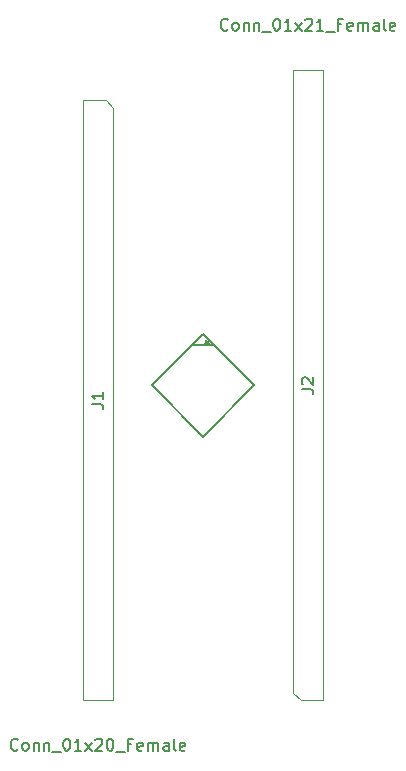
<source format=gbr>
G04 #@! TF.GenerationSoftware,KiCad,Pcbnew,(5.0.0)*
G04 #@! TF.CreationDate,2018-10-12T19:52:20-04:00*
G04 #@! TF.ProjectId,DRV8308_BreakoutBoard,445256383330385F427265616B6F7574,rev?*
G04 #@! TF.SameCoordinates,Original*
G04 #@! TF.FileFunction,Other,Fab,Top*
%FSLAX46Y46*%
G04 Gerber Fmt 4.6, Leading zero omitted, Abs format (unit mm)*
G04 Created by KiCad (PCBNEW (5.0.0)) date 10/12/18 19:52:20*
%MOMM*%
%LPD*%
G01*
G04 APERTURE LIST*
%ADD10C,0.152400*%
%ADD11C,0.100000*%
%ADD12C,0.150000*%
G04 APERTURE END LIST*
D10*
G04 #@! TO.C,U1*
X147691974Y-95609319D02*
X149488026Y-95609319D01*
X144241293Y-99060000D02*
X148590000Y-103408707D01*
X148590000Y-103408707D02*
X152938707Y-99060000D01*
X152938707Y-99060000D02*
X148590000Y-94711293D01*
X148590000Y-94711293D02*
X144241293Y-99060000D01*
D11*
G04 #@! TO.C,J1*
X138430000Y-74930000D02*
X140335000Y-74930000D01*
X140335000Y-74930000D02*
X140970000Y-75565000D01*
X140970000Y-75565000D02*
X140970000Y-125730000D01*
X140970000Y-125730000D02*
X138430000Y-125730000D01*
X138430000Y-125730000D02*
X138430000Y-74930000D01*
G04 #@! TO.C,J2*
X158750000Y-72390000D02*
X158750000Y-125730000D01*
X156210000Y-72390000D02*
X158750000Y-72390000D01*
X156210000Y-125095000D02*
X156210000Y-72390000D01*
X156845000Y-125730000D02*
X156210000Y-125095000D01*
X158750000Y-125730000D02*
X156845000Y-125730000D01*
G04 #@! TD*
G04 #@! TO.C,U1*
D12*
X149121475Y-95281490D02*
X148953116Y-95449849D01*
X148852101Y-95214147D02*
X148953116Y-95449849D01*
X149188818Y-95550864D01*
X148717414Y-95483521D02*
X148953116Y-95449849D01*
X148919444Y-95685551D01*
G04 #@! TO.C,J1*
X132914285Y-129897142D02*
X132866666Y-129944761D01*
X132723809Y-129992380D01*
X132628571Y-129992380D01*
X132485714Y-129944761D01*
X132390476Y-129849523D01*
X132342857Y-129754285D01*
X132295238Y-129563809D01*
X132295238Y-129420952D01*
X132342857Y-129230476D01*
X132390476Y-129135238D01*
X132485714Y-129040000D01*
X132628571Y-128992380D01*
X132723809Y-128992380D01*
X132866666Y-129040000D01*
X132914285Y-129087619D01*
X133485714Y-129992380D02*
X133390476Y-129944761D01*
X133342857Y-129897142D01*
X133295238Y-129801904D01*
X133295238Y-129516190D01*
X133342857Y-129420952D01*
X133390476Y-129373333D01*
X133485714Y-129325714D01*
X133628571Y-129325714D01*
X133723809Y-129373333D01*
X133771428Y-129420952D01*
X133819047Y-129516190D01*
X133819047Y-129801904D01*
X133771428Y-129897142D01*
X133723809Y-129944761D01*
X133628571Y-129992380D01*
X133485714Y-129992380D01*
X134247619Y-129325714D02*
X134247619Y-129992380D01*
X134247619Y-129420952D02*
X134295238Y-129373333D01*
X134390476Y-129325714D01*
X134533333Y-129325714D01*
X134628571Y-129373333D01*
X134676190Y-129468571D01*
X134676190Y-129992380D01*
X135152380Y-129325714D02*
X135152380Y-129992380D01*
X135152380Y-129420952D02*
X135200000Y-129373333D01*
X135295238Y-129325714D01*
X135438095Y-129325714D01*
X135533333Y-129373333D01*
X135580952Y-129468571D01*
X135580952Y-129992380D01*
X135819047Y-130087619D02*
X136580952Y-130087619D01*
X137009523Y-128992380D02*
X137104761Y-128992380D01*
X137200000Y-129040000D01*
X137247619Y-129087619D01*
X137295238Y-129182857D01*
X137342857Y-129373333D01*
X137342857Y-129611428D01*
X137295238Y-129801904D01*
X137247619Y-129897142D01*
X137200000Y-129944761D01*
X137104761Y-129992380D01*
X137009523Y-129992380D01*
X136914285Y-129944761D01*
X136866666Y-129897142D01*
X136819047Y-129801904D01*
X136771428Y-129611428D01*
X136771428Y-129373333D01*
X136819047Y-129182857D01*
X136866666Y-129087619D01*
X136914285Y-129040000D01*
X137009523Y-128992380D01*
X138295238Y-129992380D02*
X137723809Y-129992380D01*
X138009523Y-129992380D02*
X138009523Y-128992380D01*
X137914285Y-129135238D01*
X137819047Y-129230476D01*
X137723809Y-129278095D01*
X138628571Y-129992380D02*
X139152380Y-129325714D01*
X138628571Y-129325714D02*
X139152380Y-129992380D01*
X139485714Y-129087619D02*
X139533333Y-129040000D01*
X139628571Y-128992380D01*
X139866666Y-128992380D01*
X139961904Y-129040000D01*
X140009523Y-129087619D01*
X140057142Y-129182857D01*
X140057142Y-129278095D01*
X140009523Y-129420952D01*
X139438095Y-129992380D01*
X140057142Y-129992380D01*
X140676190Y-128992380D02*
X140771428Y-128992380D01*
X140866666Y-129040000D01*
X140914285Y-129087619D01*
X140961904Y-129182857D01*
X141009523Y-129373333D01*
X141009523Y-129611428D01*
X140961904Y-129801904D01*
X140914285Y-129897142D01*
X140866666Y-129944761D01*
X140771428Y-129992380D01*
X140676190Y-129992380D01*
X140580952Y-129944761D01*
X140533333Y-129897142D01*
X140485714Y-129801904D01*
X140438095Y-129611428D01*
X140438095Y-129373333D01*
X140485714Y-129182857D01*
X140533333Y-129087619D01*
X140580952Y-129040000D01*
X140676190Y-128992380D01*
X141200000Y-130087619D02*
X141961904Y-130087619D01*
X142533333Y-129468571D02*
X142200000Y-129468571D01*
X142200000Y-129992380D02*
X142200000Y-128992380D01*
X142676190Y-128992380D01*
X143438095Y-129944761D02*
X143342857Y-129992380D01*
X143152380Y-129992380D01*
X143057142Y-129944761D01*
X143009523Y-129849523D01*
X143009523Y-129468571D01*
X143057142Y-129373333D01*
X143152380Y-129325714D01*
X143342857Y-129325714D01*
X143438095Y-129373333D01*
X143485714Y-129468571D01*
X143485714Y-129563809D01*
X143009523Y-129659047D01*
X143914285Y-129992380D02*
X143914285Y-129325714D01*
X143914285Y-129420952D02*
X143961904Y-129373333D01*
X144057142Y-129325714D01*
X144200000Y-129325714D01*
X144295238Y-129373333D01*
X144342857Y-129468571D01*
X144342857Y-129992380D01*
X144342857Y-129468571D02*
X144390476Y-129373333D01*
X144485714Y-129325714D01*
X144628571Y-129325714D01*
X144723809Y-129373333D01*
X144771428Y-129468571D01*
X144771428Y-129992380D01*
X145676190Y-129992380D02*
X145676190Y-129468571D01*
X145628571Y-129373333D01*
X145533333Y-129325714D01*
X145342857Y-129325714D01*
X145247619Y-129373333D01*
X145676190Y-129944761D02*
X145580952Y-129992380D01*
X145342857Y-129992380D01*
X145247619Y-129944761D01*
X145200000Y-129849523D01*
X145200000Y-129754285D01*
X145247619Y-129659047D01*
X145342857Y-129611428D01*
X145580952Y-129611428D01*
X145676190Y-129563809D01*
X146295238Y-129992380D02*
X146200000Y-129944761D01*
X146152380Y-129849523D01*
X146152380Y-128992380D01*
X147057142Y-129944761D02*
X146961904Y-129992380D01*
X146771428Y-129992380D01*
X146676190Y-129944761D01*
X146628571Y-129849523D01*
X146628571Y-129468571D01*
X146676190Y-129373333D01*
X146771428Y-129325714D01*
X146961904Y-129325714D01*
X147057142Y-129373333D01*
X147104761Y-129468571D01*
X147104761Y-129563809D01*
X146628571Y-129659047D01*
X139152380Y-100663333D02*
X139866666Y-100663333D01*
X140009523Y-100710952D01*
X140104761Y-100806190D01*
X140152380Y-100949047D01*
X140152380Y-101044285D01*
X140152380Y-99663333D02*
X140152380Y-100234761D01*
X140152380Y-99949047D02*
X139152380Y-99949047D01*
X139295238Y-100044285D01*
X139390476Y-100139523D01*
X139438095Y-100234761D01*
G04 #@! TO.C,J2*
X150694285Y-68937142D02*
X150646666Y-68984761D01*
X150503809Y-69032380D01*
X150408571Y-69032380D01*
X150265714Y-68984761D01*
X150170476Y-68889523D01*
X150122857Y-68794285D01*
X150075238Y-68603809D01*
X150075238Y-68460952D01*
X150122857Y-68270476D01*
X150170476Y-68175238D01*
X150265714Y-68080000D01*
X150408571Y-68032380D01*
X150503809Y-68032380D01*
X150646666Y-68080000D01*
X150694285Y-68127619D01*
X151265714Y-69032380D02*
X151170476Y-68984761D01*
X151122857Y-68937142D01*
X151075238Y-68841904D01*
X151075238Y-68556190D01*
X151122857Y-68460952D01*
X151170476Y-68413333D01*
X151265714Y-68365714D01*
X151408571Y-68365714D01*
X151503809Y-68413333D01*
X151551428Y-68460952D01*
X151599047Y-68556190D01*
X151599047Y-68841904D01*
X151551428Y-68937142D01*
X151503809Y-68984761D01*
X151408571Y-69032380D01*
X151265714Y-69032380D01*
X152027619Y-68365714D02*
X152027619Y-69032380D01*
X152027619Y-68460952D02*
X152075238Y-68413333D01*
X152170476Y-68365714D01*
X152313333Y-68365714D01*
X152408571Y-68413333D01*
X152456190Y-68508571D01*
X152456190Y-69032380D01*
X152932380Y-68365714D02*
X152932380Y-69032380D01*
X152932380Y-68460952D02*
X152980000Y-68413333D01*
X153075238Y-68365714D01*
X153218095Y-68365714D01*
X153313333Y-68413333D01*
X153360952Y-68508571D01*
X153360952Y-69032380D01*
X153599047Y-69127619D02*
X154360952Y-69127619D01*
X154789523Y-68032380D02*
X154884761Y-68032380D01*
X154980000Y-68080000D01*
X155027619Y-68127619D01*
X155075238Y-68222857D01*
X155122857Y-68413333D01*
X155122857Y-68651428D01*
X155075238Y-68841904D01*
X155027619Y-68937142D01*
X154980000Y-68984761D01*
X154884761Y-69032380D01*
X154789523Y-69032380D01*
X154694285Y-68984761D01*
X154646666Y-68937142D01*
X154599047Y-68841904D01*
X154551428Y-68651428D01*
X154551428Y-68413333D01*
X154599047Y-68222857D01*
X154646666Y-68127619D01*
X154694285Y-68080000D01*
X154789523Y-68032380D01*
X156075238Y-69032380D02*
X155503809Y-69032380D01*
X155789523Y-69032380D02*
X155789523Y-68032380D01*
X155694285Y-68175238D01*
X155599047Y-68270476D01*
X155503809Y-68318095D01*
X156408571Y-69032380D02*
X156932380Y-68365714D01*
X156408571Y-68365714D02*
X156932380Y-69032380D01*
X157265714Y-68127619D02*
X157313333Y-68080000D01*
X157408571Y-68032380D01*
X157646666Y-68032380D01*
X157741904Y-68080000D01*
X157789523Y-68127619D01*
X157837142Y-68222857D01*
X157837142Y-68318095D01*
X157789523Y-68460952D01*
X157218095Y-69032380D01*
X157837142Y-69032380D01*
X158789523Y-69032380D02*
X158218095Y-69032380D01*
X158503809Y-69032380D02*
X158503809Y-68032380D01*
X158408571Y-68175238D01*
X158313333Y-68270476D01*
X158218095Y-68318095D01*
X158980000Y-69127619D02*
X159741904Y-69127619D01*
X160313333Y-68508571D02*
X159980000Y-68508571D01*
X159980000Y-69032380D02*
X159980000Y-68032380D01*
X160456190Y-68032380D01*
X161218095Y-68984761D02*
X161122857Y-69032380D01*
X160932380Y-69032380D01*
X160837142Y-68984761D01*
X160789523Y-68889523D01*
X160789523Y-68508571D01*
X160837142Y-68413333D01*
X160932380Y-68365714D01*
X161122857Y-68365714D01*
X161218095Y-68413333D01*
X161265714Y-68508571D01*
X161265714Y-68603809D01*
X160789523Y-68699047D01*
X161694285Y-69032380D02*
X161694285Y-68365714D01*
X161694285Y-68460952D02*
X161741904Y-68413333D01*
X161837142Y-68365714D01*
X161980000Y-68365714D01*
X162075238Y-68413333D01*
X162122857Y-68508571D01*
X162122857Y-69032380D01*
X162122857Y-68508571D02*
X162170476Y-68413333D01*
X162265714Y-68365714D01*
X162408571Y-68365714D01*
X162503809Y-68413333D01*
X162551428Y-68508571D01*
X162551428Y-69032380D01*
X163456190Y-69032380D02*
X163456190Y-68508571D01*
X163408571Y-68413333D01*
X163313333Y-68365714D01*
X163122857Y-68365714D01*
X163027619Y-68413333D01*
X163456190Y-68984761D02*
X163360952Y-69032380D01*
X163122857Y-69032380D01*
X163027619Y-68984761D01*
X162980000Y-68889523D01*
X162980000Y-68794285D01*
X163027619Y-68699047D01*
X163122857Y-68651428D01*
X163360952Y-68651428D01*
X163456190Y-68603809D01*
X164075238Y-69032380D02*
X163980000Y-68984761D01*
X163932380Y-68889523D01*
X163932380Y-68032380D01*
X164837142Y-68984761D02*
X164741904Y-69032380D01*
X164551428Y-69032380D01*
X164456190Y-68984761D01*
X164408571Y-68889523D01*
X164408571Y-68508571D01*
X164456190Y-68413333D01*
X164551428Y-68365714D01*
X164741904Y-68365714D01*
X164837142Y-68413333D01*
X164884761Y-68508571D01*
X164884761Y-68603809D01*
X164408571Y-68699047D01*
X156932380Y-99393333D02*
X157646666Y-99393333D01*
X157789523Y-99440952D01*
X157884761Y-99536190D01*
X157932380Y-99679047D01*
X157932380Y-99774285D01*
X157027619Y-98964761D02*
X156980000Y-98917142D01*
X156932380Y-98821904D01*
X156932380Y-98583809D01*
X156980000Y-98488571D01*
X157027619Y-98440952D01*
X157122857Y-98393333D01*
X157218095Y-98393333D01*
X157360952Y-98440952D01*
X157932380Y-99012380D01*
X157932380Y-98393333D01*
G04 #@! TD*
M02*

</source>
